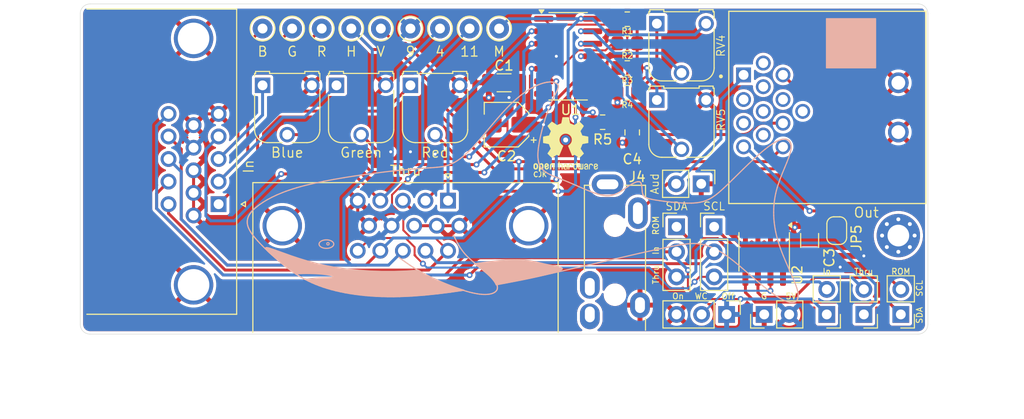
<source format=kicad_pcb>
(kicad_pcb (version 20241229) (generator "pcbnew") (generator_version "9.0")
  (layers (0 "F.Cu" signal) (4 "In1.Cu" signal) (6 "In2.Cu" signal) (2 "B.Cu" signal) (13 "F.Paste" user) (15 "B.Paste" user) (5 "F.SilkS" user "F.Silkscreen") (7 "B.SilkS" user "B.Silkscreen") (1 "F.Mask" user) (3 "B.Mask" user) (25 "Edge.Cuts" user))
  (net 0 "")
  (net 1 "GND")
  (net 2 "SDA1")
  (net 3 "DSUB4")
  (net 4 "Red")
  (net 5 "Blue")
  (net 6 "SCL1")
  (net 7 "DSUB9")
  (net 8 "Vsync")
  (net 9 "DSUB11")
  (net 10 "Hsync")
  (net 11 "Green")
  (net 12 "SDA2")
  (net 13 "Red_adj")
  (net 14 "Blue_adj")
  (net 15 "Green_adj")
  (net 16 "SCL2")
  (net 17 "Aud")
  (net 18 "Net-(JP1-C)")
  (net 19 "SDA")
  (net 20 "SCL")
  (net 21 "Net-(JP5-B)")
  (net 22 "Net-(R1-Pad2)")
  (net 23 "Net-(R4-Pad1)")
  (net 24 "Net-(U1A-+)")
  (net 25 "Net-(U1B-+)")
  (net 26 "Net-(U1C-+)")
  (net 27 "Net-(U1D--)")
  (net 28 "Net-(U1D-+)")
  (net 29 "Gray")
  (net 37 "Net-(C4-Pad1)")
  (footprint "Potentiometer_THT:Potentiometer_Runtron_RM-065_Vertical" (layer "F.Cu") (at 95 53.76)
    (property "Reference" "RV1" (hide yes))
    (property "Value" "100R")
  )
  (footprint "Connector_PinHeader_2.54mm:PinHeader_1x02_P2.54mm_Vertical" (layer "F.Cu") (at 141 77 180)
    (property "Reference" "J11" (hide yes))
    (property "Value" "Conn_01x02")
  )
  (footprint "Package_SO:SOIC-8_3.9x4.9mm_P1.27mm" (layer "F.Cu") (at 130.89 70.65 -90)
    (property "Reference" "U2")
    (property "Value" "M24C02-FMN")
  )
  (footprint "Connector_Pin:Pin_D1.0mm_L10.0mm" (layer "F.Cu") (at 95 48)
    (property "Reference" "TP6" (hide yes))
    (property "Value" "TestPoint")
  )
  (footprint "Resistor_SMD:R_0805_2012Metric_Pad1.20x1.40mm_HandSolder" (layer "F.Cu") (at 114.5 57.5)
    (property "Reference" "R5")
    (property "Value" "R")
  )
  (footprint "Resistor_SMD:R_0805_2012Metric_Pad1.20x1.40mm_HandSolder" (layer "F.Cu") (at 117 49.5)
    (property "Reference" "R2")
    (property "Value" "2.2k")
  )
  (footprint "Connector_PinHeader_2.54mm:PinHeader_1x03_P2.54mm_Vertical" (layer "F.Cu") (at 127.08 77 -90)
    (property "Reference" "JP1" (hide yes))
    (property "Value" "Jumper_3_Bridged12")
  )
  (footprint "Connector_PinHeader_2.54mm:PinHeader_1x02_P2.54mm_Vertical" (layer "F.Cu") (at 124.5 63.75 -90)
    (property "Reference" "J5" (hide yes))
    (property "Value" "Conn_01x02")
  )
  (footprint "Connector_PinHeader_2.54mm:PinHeader_1x02_P2.54mm_Vertical" (layer "F.Cu") (at 130.89 77 90)
    (property "Reference" "J8" (hide yes))
    (property "Value" "Conn_01x02")
  )
  (footprint "Connector_Pin:Pin_D1.0mm_L10.0mm" (layer "F.Cu") (at 104 48)
    (property "Reference" "TP9" (hide yes))
    (property "Value" "TestPoint")
  )
  (footprint "Potentiometer_THT:Potentiometer_Runtron_RM-065_Vertical" (layer "F.Cu") (at 120 47.5)
    (property "Reference" "RV4")
    (property "Value" "10k")
  )
  (footprint "Resistor_SMD:R_0805_2012Metric_Pad1.20x1.40mm_HandSolder" (layer "F.Cu") (at 117 52)
    (property "Reference" "R3")
    (property "Value" "2.2k")
  )
  (footprint "Capacitor_SMD:CP_Elec_4x5.4" (layer "F.Cu") (at 104.75 57.75 180)
    (property "Reference" "C2")
    (property "Value" "10u")
  )
  (footprint "Connector_Pin:Pin_D1.0mm_L10.0mm" (layer "F.Cu") (at 101 48)
    (property "Reference" "TP8" (hide yes))
    (property "Value" "TestPoint")
  )
  (footprint "Potentiometer_THT:Potentiometer_Runtron_RM-065_Vertical" (layer "F.Cu") (at 80 53.76)
    (property "Reference" "RV3" (hide yes))
    (property "Value" "100R")
  )
  (footprint "NyaLib:CUI_SDF-130J" (layer "F.Cu") (at 144.5 56 90)
    (property "Reference" "J3" (hide yes))
    (property "Value" "SDF-130J")
  )
  (footprint "NyaLib:Jack_3.5mm_CUI_SJ-3524-THT_Horizontal" (layer "F.Cu") (at 115.75 72.5 180)
    (property "Reference" "J4")
    (property "Value" "AudioJack2" (hide yes))
  )
  (footprint "Connector_Pin:Pin_D1.0mm_L10.0mm" (layer "F.Cu") (at 83 48)
    (property "Reference" "TP2" (hide yes))
    (property "Value" "TestPoint")
  )
  (footprint "Capacitor_SMD:C_1206_3216Metric_Pad1.33x1.80mm_HandSolder" (layer "F.Cu") (at 104.5 53.5 180)
    (property "Reference" "C1")
    (property "Value" "100n")
  )
  (footprint "Capacitor_SMD:C_0805_2012Metric_Pad1.18x1.45mm_HandSolder" (layer "F.Cu") (at 117.5 58.5375 -90)
    (property "Reference" "C4")
    (property "Value" "C")
  )
  (footprint "Symbol:OSHW-Logo2_7.3x6mm_SilkScreen" (layer "F.Cu") (at 110.75 59.75)
    (property "Reference" "REF**" (hide yes))
    (property "Value" "OSHW-Logo2_7.3x6mm_SilkScreen" (hide yes))
  )
  (footprint "Connector_Dsub:DSUB-15-HD_Socket_Horizontal_P2.29x2.54mm_EdgePinOffset8.35mm_Housed_MountingHolesOffset10.89mm" (layer "F.Cu") (at 98.815 65.46)
    (property "Reference" "J2" (hide yes))
    (property "Value" "DE15_Socket_HighDensity_MountingHoles")
  )
  (footprint "Connector_Pin:Pin_D1.0mm_L10.0mm" (layer "F.Cu") (at 86 48)
    (property "Reference" "TP1" (hide yes))
    (property "Value" "TestPoint")
  )
  (footprint "MountingHole:MountingHole_2.2mm_M2_Pad_Via" (layer "F.Cu") (at 144.5 69)
    (property "Reference" "REF**" (hide yes))
    (property "Value" "MountingHole_2.2mm_M2_Pad_Via")
  )
  (footprint "Capacitor_SMD:C_1206_3216Metric_Pad1.33x1.80mm_HandSolder" (layer "F.Cu") (at 135.5 69.5 90)
    (property "Reference" "C3")
    (property "Value" "100n")
  )
  (footprint "Package_SO:SOIC-14_3.9x8.7mm_P1.27mm" (layer "F.Cu") (at 111 50.81)
    (property "Reference" "U1")
    (property "Value" "LM324")
  )
  (footprint "Resistor_SMD:R_0805_2012Metric_Pad1.20x1.40mm_HandSolder" (layer "F.Cu") (at 117 47.05)
    (property "Reference" "R1")
    (property "Value" "2.2k")
  )
  (footprint "Connector_Pin:Pin_D1.0mm_L10.0mm" (layer "F.Cu") (at 80 48)
    (property "Reference" "TP3" (hide yes))
    (property "Value" "TestPoint")
  )
  (footprint "Connector_PinHeader_2.54mm:PinHeader_1x03_P2.54mm_Vertical" (layer "F.Cu") (at 122 68.11)
    (property "Reference" "JP3" (hide yes))
    (property "Value" "Jumper_3_Open")
  )
  (footprint "Connector_Pin:Pin_D1.0mm_L10.0mm" (layer "F.Cu") (at 98 48)
    (property "Reference" "TP7" (hide yes))
    (property "Value" "TestPoint")
  )
  (footprint "Connector_Pin:Pin_D1.0mm_L10.0mm" (layer "F.Cu") (at 89 48)
    (property "Reference" "TP4" (hide yes))
    (property "Value" "TestPoint")
  )
  (footprint "Connector_PinHeader_2.54mm:PinHeader_1x02_P2.54mm_Vertical" (layer "F.Cu") (at 137.24 77 180)
    (property "Reference" "J10" (hide yes))
    (property "Value" "Conn_01x02")
  )
  (footprint "Connector_Dsub:DSUB-15-HD_Socket_Horizontal_P2.29x2.54mm_EdgePinOffset8.35mm_Housed_MountingHolesOffset10.89mm" (layer "F.Cu") (at 75.54 65.815 -90)
    (property "Reference" "J1" (hide yes))
    (property "Value" "DE15_Socket_HighDensity_MountingHoles")
  )
  (footprint "Connector_PinHeader_2.54mm:PinHeader_1x02_P2.54mm_Vertical" (layer "F.Cu") (at 144.75 77 180)
    (property "Reference" "J9" (hide yes))
    (property "Value" "Conn_01x02")
  )
  (footprint "Potentiometer_THT:Potentiometer_Runtron_RM-065_Vertical" (layer "F.Cu") (at 120 55.25)
    (property "Reference" "RV5")
    (property "Value" "10k")
  )
  (footprint "Connector_Pin:Pin_D1.0mm_L10.0mm" (layer "F.Cu") (at 92 48)
    (property "Reference" "TP5" (hide yes))
    (property "Value" "TestPoint")
  )
  (footprint "Potentiometer_THT:Potentiometer_Runtron_RM-065_Vertical" (layer "F.Cu") (at 87.5 53.76)
    (property "Reference" "RV2" (hide yes))
    (property "Value" "100R")
  )
  (footprint "Jumper:SolderJumper-2_P1.3mm_Bridged_RoundedPad1.0x1.5mm" (layer "F.Cu") (at 138.25 68.5 90)
    (property "Reference" "JP5")
    (property "Value" "SolderJumper_2_Bridged" (hide yes))
  )
  (footprint "Connector_PinHeader_2.54mm:PinHeader_1x03_P2.54mm_Vertical" (layer "F.Cu") (at 125.81 68.11)
    (property "Reference" "JP4" (hide yes))
    (property "Value" "Jumper_3_Open")
  )
  (footprint "Resistor_SMD:R_0805_2012Metric_Pad1.20x1.40mm_HandSolder" (layer "F.Cu") (at 117 54.5 180)
    (property "Reference" "R4")
    (property "Value" "3.3k")
  )
  (footprint "Symbol:Smolhaj_Scale_0.1" (layer "B.Cu") (at 78.44648 67.679362 180)
    (property "Reference" "REF**" (hide yes))
    (property "Value" "Smolhaj_Scale_0.1")
  )
  (gr_rect (start 137.2 46.99) (end 142.2 51.99) (stroke (width 0.1)) (fill yes) (layer "B.SilkS"))
  (gr_line (start 146.5 79) (end 62.5 79) (stroke (width 0.05)) (layer "Edge.Cuts"))
  (gr_arc (start 61.5 46.5) (mid 61.792893 45.792893) (end 62.5 45.5) (stroke (width 0.05)) (layer "Edge.Cuts"))
  (gr_line (start 61.5 78) (end 61.5 46.5) (stroke (width 0.05)) (layer "Edge.Cuts"))
  (gr_arc (start 147.5 78) (mid 147.207107 78.707107) (end 146.5 79) (stroke (width 0.05)) (layer "Edge.Cuts"))
  (gr_line (start 147.5 46.5) (end 147.5 78) (stroke (width 0.05)) (layer "Edge.Cuts"))
  (gr_arc (start 62.5 79) (mid 61.792893 78.707107) (end 61.5 78) (stroke (width 0.05)) (layer "Edge.Cuts"))
  (gr_line (start 62.5 45.5) (end 146.5 45.5) (stroke (width 0.05)) (layer "Edge.Cuts"))
  (gr_arc (start 146.5 45.5) (mid 147.207107 45.792893) (end 147.5 46.5) (stroke (width 0.05)) (layer "Edge.Cuts"))
  (gr_text "R" (at 86 49.75 0) (layer "F.SilkS") (effects (font (size 1 1) (thickness 0.125)) (justify top)))
  (gr_text "ROM" (at 120.25 69 90) (layer "F.SilkS") (effects (font (size 0.6 0.6) (thickness 0.1) (bold yes)) (justify left bottom)))
  (gr_text "M" (at 104 49.75 0) (layer "F.SilkS") (effects (font (size 1 1) (thickness 0.125)) (justify top)))
  (gr_text "G" (at 130.5 75.5 0) (layer "F.SilkS") (effects (font (size 0.6 0.6) (thickness 0.1) (bold yes)) (justify left bottom)))
  (gr_text "Thru" (at 120.25 74 90) (layer "F.SilkS") (effects (font (size 0.6 0.6) (thickness 0.1) (bold yes)) (justify left bottom)))
  (gr_text "4" (at 98 49.75 0) (layer "F.SilkS") (effects (font (size 1 1) (thickness 0.125)) (justify top)))
  (gr_text "SDA" (at 147 78 90) (layer "F.SilkS") (effects (font (size 0.6 0.6) (thickness 0.1) (bold yes)) (justify left bottom)))
  (gr_text "Off" (at 126.5 75.5 0) (layer "F.SilkS") (effects (font (size 0.6 0.6) (thickness 0.1) (bold yes)) (justify left bottom)))
  (gr_text "11" (at 101 49.75 0) (layer "F.SilkS") (effects (font (size 1 1) (thickness 0.125)) (justify top)))
  (gr_text "SCL" (at 125.81 66.5 0) (layer "F.SilkS") (effects (font (size 0.8 0.8) (thickness 0.1)) (justify bottom)))
  (gr_text "SDA" (at 122 66.5 0) (layer "F.SilkS") (effects (font (size 0.8 0.8) (thickness 0.1)) (justify bottom)))
  (gr_text "In" (at 78 62 90) (layer "F.SilkS") (effects (font (size 1 1) (thickness 0.125)) (justify top)))
  (gr_text "SCL" (at 147 75.25 90) (layer "F.SilkS") (effects (font (size 0.6 0.6) (thickness 0.1) (bold yes)) (justify left bottom)))
  (gr_text "WC" (at 124.5 75.5 0) (layer "F.SilkS") (effects (font (size 0.6 0.6) (thickness 0.1) (bold yes)) (justify bottom)))
  (gr_text "In" (at 120.25 71 90) (layer "F.SilkS") (effects (font (size 0.6 0.6) (thickness 0.1) (bold yes)) (justify left bottom)))
  (gr_text "In" (at 137.24 73 0) (layer "F.SilkS") (effects (font (size 0.6 0.6) (thickness 0.1) (bold yes)) (justify bottom)))
  (gr_text "Out" (at 141.25 67.25 0) (layer "F.SilkS") (effects (font (size 1 1) (thickness 0.125)) (justify bottom)))
  (gr_text "V" (at 92 49.75 0) (layer "F.SilkS") (effects (font (size 1 1) (thickness 0.125)) (justify top)))
  (gr_text "5V" (at 133 75.5 0) (layer "F.SilkS") (effects (font (size 0.6 0.6) (thickness 0.1) (bold yes)) (justify left bottom)))
  (gr_text "Thru" (at 94.5 63 0) (layer "F.SilkS") (effects (font (size 1 1) (thickness 0.125)) (justify bottom)))
  (gr_text "Red" (at 97.5 60 0) (layer "F.SilkS") (effects (font (size 1 1) (thickness 0.125)) (justify top)))
  (gr_text "9" (at 95 49.75 0) (layer "F.SilkS") (effects (font (size 1 1) (thickness 0.125)) (justify top)))
  (gr_text "H" (at 89 49.75 0) (layer "F.SilkS") (effects (font (size 1 1) (thickness 0.125)) (justify top)))
  (gr_text "On" (at 121.5 75.5 0) (layer "F.SilkS") (effects (font (size 0.6 0.6) (thickness 0.1) (bold yes)) (justify left bottom)))
  (gr_text "Thru" (at 142 73 0) (layer "F.SilkS") (effects (font (size 0.6 0.6) (thickness 0.1) (bold yes)) (justify right bottom)))
  (gr_text "Blue" (at 82.5 60 0) (layer "F.SilkS") (effects (font (size 1 1) (thickness 0.125)) (justify top)))
  (gr_text "Green" (at 90 60 0) (layer "F.SilkS") (effects (font (size 1 1) (thickness 0.125)) (justify top)))
  (gr_text "B" (at 80 49.75 0) (layer "F.SilkS") (effects (font (size 1 1) (thickness 0.125)) (justify top)))
  (gr_text "G" (at 83 49.75 0) (layer "F.SilkS") (effects (font (size 1 1) (thickness 0.125)) (justify top)))
  (gr_text "Aud" (at 120.25 63.75 90) (layer "F.SilkS") (effects (font (size 0.8 0.8) (thickness 0.1)) (justify bottom)))
  (gr_text "CJK" (at 107.4 63.1 0) (layer "F.SilkS") (effects (font (size 0.5 0.5) (thickness 0.1) (bold yes)) (justify left bottom)))
  (gr_text "ROM" (at 144.75 73 0) (layer "F.SilkS") (effects (font (size 0.6 0.6) (thickness 0.1) (bold yes)) (justify bottom)))
  (segment (start 136.7125 69.15) (end 138.25 69.15) (width 0.3) (layer "F.Cu") (net 1))
  (segment (start 102.95 55) (end 102.95 57.75) (width 0.6) (layer "F.Cu") (net 1))
  (segment (start 90.8 68) (end 89.655 66.855) (width 0.3) (layer "F.Cu") (net 1))
  (segment (start 132.795 68.175) (end 135.2625 68.175) (width 0.3) (layer "F.Cu") (net 1))
  (segment (start 135.7375 68.175) (end 136.7125 69.15) (width 0.3) (layer "F.Cu") (net 1))
  (segment (start 116 55.5) (end 116 54.5) (width 0.6) (layer "F.Cu") (net 1))
  (segment (start 95.38 68) (end 99.96 68) (width 0.3) (layer "F.Cu") (net 1))
  (segment (start 73 66.96) (end 73 62.38) (width 0.3) (layer "F.Cu") (net 1))
  (segment (start 128.985 68.175) (end 132.795 68.175) (width 0.3) (layer "F.Cu") (net 1))
  (segment (start 112.3 50.81) (end 113.475 50.81) (width 0.3) (layer "F.Cu") (net 1))
  (segment (start 116.5 59.575) (end 117.5 59.575) (width 0.6) (layer "F.Cu") (net 1))
  (segment (start 73 57.8) (end 74.145 56.655) (width 0.3) (layer "F.Cu") (net 1))
  (segment (start 74.145 56.655) (end 75.54 56.655) (width 0.3) (layer "F.Cu") (net 1))
  (segment (start 89.655 66.855) (end 89.655 65.46) (width 0.3) (layer "F.Cu") (net 1))
  (segment (start 134 68.175) (end 135.7375 68.175) (width 0.3) (layer "F.Cu") (net 1))
  (segment (start 102.95 55) (end 102.95 54.0125) (width 0.6) (layer "F.Cu") (net 1))
  (via (at 112.3 50.81) (size 0.6) (drill 0.3) (layers "F.Cu" "B.Cu") (net 1))
  (via (at 110.75 59.3) (size 1) (drill 0.5) (layers "F.Cu" "B.Cu") (net 1))
  (via (at 116 55.5) (size 0.6) (drill 0.3) (layers "F.Cu" "B.Cu") (net 1))
  (via (at 102.95 55) (size 0.6) (drill 0.3) (layers "F.Cu" "B.Cu") (net 1))
  (via (at 116.5 59.575) (size 0.6) (drill 0.3) (layers "F.Cu" "B.Cu") (net 1))
  (via (at 134 68.175) (size 0.6) (drill 0.3) (layers "F.Cu" "B.Cu") (net 1))
  (segment (start 123.151 74.383) (end 123.151 72.517) (width 0.2) (layer "F.Cu") (net 2))
  (segment (start 100.875 70.65) (end 98.523 73.002) (width 0.3) (layer "F.Cu") (net 2))
  (segment (start 128.5 75.438) (end 124.206 75.438) (width 0.2) (layer "F.Cu") (net 2))
  (segment (start 69.25 66.2548) (end 69.25 64.735) (width 0.3) (layer "F.Cu") (net 2))
  (segment (start 124.206 75.438) (end 123.151 74.383) (width 0.2) (layer "F.Cu") (net 2))
  (segment (start 122 70.65) (end 100.875 70.65) (width 0.3) (layer "F.Cu") (net 2))
  (segment (start 75.9972 73.002) (end 69.25 66.2548) (width 0.3) (layer "F.Cu") (net 2))
  (segment (start 69.25 64.735) (end 70.46 63.525) (width 0.3) (layer "F.Cu") (net 2))
  (segment (start 98.523 73.002) (end 75.9972 73.002) (width 0.3) (layer "F.Cu") (net 2))
  (via (at 123.165405 72.508577) (size 0.6) (drill 0.3) (layers "F.Cu" "B.Cu") (net 2))
  (via (at 128.5 75.438) (size 0.6) (drill 0.3) (layers "F.Cu" "B.Cu") (net 2))
  (segment (start 135.678 75.438) (end 137.24 77) (width 0.3) (layer "B.Cu") (net 2))
  (segment (start 128.5 75.438) (end 135.678 75.438) (width 0.3) (layer "B.Cu") (net 2))
  (segment (start 122 71.343172) (end 123.165405 72.508577) (width 0.3) (layer "B.Cu") (net 2))
  (segment (start 89.235 62.75) (end 91.945 65.46) (width 0.3) (layer "F.Cu") (net 3))
  (segment (start 81.895 62.75) (end 89.235 62.75) (width 0.3) (layer "F.Cu") (net 3))
  (via (at 81.895 62.75) (size 0.6) (drill 0.3) (layers "F.Cu" "B.Cu") (net 3))
  (segment (start 98 48) (end 93.75 52.25) (width 0.3) (layer "B.Cu") (net 3))
  (segment (start 93.75 63.655) (end 91.945 65.46) (width 0.3) (layer "B.Cu") (net 3))
  (segment (start 77.145 67.5) (end 74.75 67.5) (width 0.3) (layer "B.Cu") (net 3))
  (segment (start 74.25 67) (end 74.25 60.235) (width 0.3) (layer "B.Cu") (net 3))
  (segment (start 81.895 62.75) (end 77.145 67.5) (width 0.3) (layer "B.Cu") (net 3))
  (segment (start 74.75 67.5) (end 74.25 67) (width 0.3) (layer "B.Cu") (net 3))
  (segment (start 93.75 52.25) (end 93.75 63.655) (width 0.3) (layer "B.Cu") (net 3))
  (segment (start 74.25 60.235) (end 75.54 58.945) (width 0.3) (layer "B.Cu") (net 3))
  (segment (start 95 53.76) (end 92.385 56.375) (width 0.3) (layer "F.Cu") (net 4))
  (segment (start 92.385 56.375) (end 81.5 56.375) (width 0.3) (layer "F.Cu") (net 4))
  (segment (start 79.5 61.855) (end 75.54 65.815) (width 0.3) (layer "F.Cu") (net 4))
  (segment (start 79.5 58.375) (end 79.5 61.855) (width 0.3) (layer "F.Cu") (net 4))
  (segment (start 81.5 52.5) (end 81.5 56.375) (width 0.3) (layer "F.Cu") (net 4))
  (segment (start 86 48) (end 81.5 52.5) (width 0.3) (layer "F.Cu") (net 4))
  (segment (start 81.5 56.375) (end 79.5 58.375) (width 0.3) (layer "F.Cu") (net 4))
  (segment (start 77.499 59.276) (end 75.54 61.235) (width 0.3) (layer "F.Cu") (net 5))
  (segment (start 77.499 50.501) (end 77.499 59.276) (width 0.3) (layer "F.Cu") (net 5))
  (segment (start 80 48) (end 77.499 50.501) (width 0.3) (layer "F.Cu") (net 5))
  (segment (start 80 56.775) (end 80 53.76) (width 0.3) (layer "B.Cu") (net 5))
  (segment (start 75.54 61.235) (end 80 56.775) (width 0.3) (layer "B.Cu") (net 5))
  (segment (start 101 73.0125) (end 102.1615 71.851) (width 0.3) (layer "F.Cu") (net 6))
  (segment (start 102.1615 71.851) (end 124.609 71.851) (width 0.3) (layer "F.Cu") (net 6))
  (segment (start 124.609 71.851) (end 125.81 70.65) (width 0.3) (layer "F.Cu") (net 6))
  (via (at 101 73.0125) (size 0.6) (drill 0.3) (layers "F.Cu" "B.Cu") (net 6))
  (segment (start 136.48 73.7) (end 126.998471 73.7) (width 0.3) (layer "B.Cu") (net 6))
  (segment (start 124.46 73.538471) (end 124.46 72) (width 0.3) (layer "B.Cu") (net 6))
  (segment (start 69.25 57.865) (end 70.46 56.655) (width 0.3) (layer "B.Cu") (net 6))
  (segment (start 125.312529 74.391) (end 124.46 73.538471) (width 0.3) (layer "B.Cu") (net 6))
  (segment (start 76.00862 73) (end 69.25 66.24138) (width 0.3) (layer "B.Cu") (net 6))
  (segment (start 126.998471 73.7) (end 126.307471 74.391) (width 0.3) (layer "B.Cu") (net 6))
  (segment (start 124.46 72) (end 125.81 70.65) (width 0.3) (layer "B.Cu") (net 6))
  (segment (start 126.307471 74.391) (end 125.312529 74.391) (width 0.3) (layer "B.Cu") (net 6))
  (segment (start 99.695 73) (end 76.00862 73) (width 0.3) (layer "B.Cu") (net 6))
  (segment (start 137.24 74.46) (end 136.48 73.7) (width 0.3) (layer "B.Cu") (net 6))
  (segment (start 101 73.0125) (end 99.7075 73.0125) (width 0.3) (layer "B.Cu") (net 6))
  (segment (start 69.25 66.24138) (end 69.25 57.865) (width 0.3) (layer "B.Cu") (net 6))
  (segment (start 99.7075 73.0125) (end 99.695 73) (width 0.3) (layer "B.Cu") (net 6))
  (segment (start 108.5 57.75) (end 106.55 57.75) (width 0.6) (layer "F.Cu") (net 7))
  (segment (start 106.0625 54) (end 106.0625 55) (width 0.6) (layer "F.Cu") (net 7))
  (segment (start 105 55) (end 106.0625 55) (width 0.3) (layer "F.Cu") (net 7))
  (segment (start 141 71.0625) (end 133.4075 71.0625) (width 0.6) (layer "F.Cu") (net 7))
  (segment (start 132.795 71.675) (end 132.795 73.125) (width 0.6) (layer "F.Cu") (net 7))
  (segment (start 133.4075 71.0625) (end 132.795 71.675) (width 0.6) (layer "F.Cu") (net 7))
  (segment (start 109.7 50.81) (end 108.525 50.81) (width 0.3) (layer "F.Cu") (net 7))
  (segment (start 106.0625 55) (end 106.0625 57.2625) (width 0.6) (layer "F.Cu") (net 7))
  (via (at 109.8 50.81) (size 0.6) (drill 0.3) (layers "F.Cu" "B.Cu") (net 7))
  (via (at 105 55) (size 0.6) (drill 0.3) (layers "F.Cu" "B.Cu") (net 7))
  (via (at 141 71.0625) (size 0.6) (drill 0.3) (layers "F.Cu" "B.Cu") (net 7))
  (via (at 138.6 72.2) (size 0.6) (drill 0.3) (layers "F.Cu" "B.Cu") (net 7))
  (via (at 97.5 60.75) (size 0.6) (drill 0.3) (layers "F.Cu" "B.Cu") (net 7))
  (via (at 108.5 57.75) (size 0.6) (drill 0.3) (layers "F.Cu" "B.Cu") (net 7))
  (via (at 93 60.5) (size 0.6) (drill 0.3) (layers "F.Cu" "B.Cu") (net 7))
  (via (at 95 60.5) (size 0.6) (drill 0.3) (layers "F.Cu" "B.Cu") (net 7))
  (segment (start 94.5 49.5) (end 93.5 49.5) (width 0.3) (layer "F.Cu") (net 8))
  (segment (start 76.41224 72) (end 71.75 67.33776) (width 0.3) (layer "F.Cu") (net 8))
  (segment (start 91.945 70.54) (end 90.485 72) (width 0.3) (layer "F.Cu") (net 8))
  (segment (start 71.75 67.33776) (end 71.75 60.235) (width 0.3) (layer "F.Cu") (net 8))
  (segment (start 106 61.5) (end 131.3 61.5) (width 0.3) (layer "F.Cu") (net 8))
  (segment (start 98.5 53.5) (end 94.5 49.5) (width 0.3) (layer "F.Cu") (net 8))
  (segment (start 93.5 49.5) (end 92 48) (width 0.3) (layer "F.Cu") (net 8))
  (segment (start 71.75 60.235) (end 70.46 58.945) (width 0.3) (layer "F.Cu") (net 8))
  (segment (start 104 61.5) (end 98.5 56) (width 0.3) (layer "F.Cu") (net 8))
  (segment (start 98.5 56) (end 98.5 53.5) (width 0.3) (layer "F.Cu") (net 8))
  (segment (start 131.3 61.5) (end 132.8 60) (width 0.3) (layer "F.Cu") (net 8))
  (segment (start 90.485 72) (end 76.41224 72) (width 0.3) (layer "F.Cu") (net 8))
  (segment (start 106 61.5) (end 104 61.5) (width 0.3) (layer "F.Cu") (net 8))
  (via (at 106 61.5) (size 0.6) (drill 0.3) (layers "F.Cu" "B.Cu") (net 8))
  (segment (start 106 63.58776) (end 100.33776 69.25) (width 0.3) (layer "B.Cu") (net 8))
  (segment (start 93.235 69.25) (end 91.945 70.54) (width 0.3) (layer "B.Cu") (net 8))
  (segment (start 106 61.5) (end 106 63.58776) (width 0.3) (layer "B.Cu") (net 8))
  (segment (start 100.33776 69.25) (end 93.235 69.25) (width 0.3) (layer "B.Cu") (net 8))
  (segment (start 95.07295 69.25) (end 97.525 69.25) (width 0.2) (layer "F.Cu") (net 9))
  (segment (start 93.134 64.866) (end 93.134 65.91605) (width 0.2) (layer "F.Cu") (net 9))
  (segment (start 96.854 72.501) (end 98.815 70.54) (width 0.3) (layer "F.Cu") (net 9))
  (segment (start 96.854 72.501) (end 76.20472 72.501) (width 0.3) (layer "F.Cu") (net 9))
  (segment (start 93.134 65.91605) (end 94.279 67.06105) (width 0.2) (layer "F.Cu") (net 9))
  (segment (start 97.525 69.25) (end 98.815 70.54) (width 0.2) (layer "F.Cu") (net 9))
  (segment (start 94.279 67.06105) (end 94.279 68.45605) (width 0.2) (layer "F.Cu") (net 9))
  (segment (start 94.279 68.45605) (end 95.07295 69.25) (width 0.2) (layer "F.Cu") (net 9))
  (segment (start 70.46 66.75628) (end 70.46 65.815) (width 0.3) (layer "F.Cu") (net 9))
  (segment (start 76.20472 72.501) (end 70.46 66.75628) (width 0.3) (layer "F.Cu") (net 9))
  (segment (start 94.75 63.25) (end 93.134 64.866) (width 0.2) (layer "F.Cu") (net 9))
  (via (at 94.75 63.25) (size 0.6) (drill 0.3) (layers "F.Cu" "B.Cu") (net 9))
  (segment (start 96.25 52.75) (end 101 48) (width 0.3) (layer "B.Cu") (net 9))
  (segment (start 96.25 61.75) (end 96.25 52.75) (width 0.3) (layer "B.Cu") (net 9))
  (segment (start 94.75 63.25) (end 96.25 61.75) (width 0.3) (layer "B.Cu") (net 9))
  (segment (start 132.8 52.7) (end 136 55.9) (width 0.3) (layer "F.Cu") (net 10))
  (segment (start 97.5 56.25) (end 97.5 53.998) (width 0.3) (layer "F.Cu") (net 10))
  (segment (start 136 58.562706) (end 132.332706 62.23) (width 0.3) (layer "F.Cu") (net 10))
  (segment (start 97.5 53.998) (end 93.627 50.125) (width 0.3) (layer "F.Cu") (net 10))
  (segment (start 103.48 62.23) (end 97.5 56.25) (width 0.3) (layer "F.Cu") (net 10))
  (segment (start 93.627 50.125) (end 91.125 50.125) (width 0.3) (layer "F.Cu") (net 10))
  (segment (start 136 55.9) (end 136 58.562706) (width 0.3) (layer "F.Cu") (net 10))
  (segment (start 91.125 50.125) (end 89 48) (width 0.3) (layer "F.Cu") (net 10))
  (segment (start 132.332706 62.23) (end 103.48 62.23) (width 0.3) (layer "F.Cu") (net 10))
  (segment (start 88.25 65.23724) (end 88.25 71.25) (width 0.3) (layer "B.Cu") (net 10))
  (segment (start 71.75 67.33776) (end 71.75 62.525) (width 0.3) (layer "B.Cu") (net 10))
  (segment (start 89 48) (end 91.131 50.131) (width 0.3) (layer "B.Cu") (net 10))
  (segment (start 89.48724 72) (end 76.41224 72) (width 0.3) (layer "B.Cu") (net 10))
  (segment (start 89.48724 72) (end 92.775 72) (width 0.3) (layer "B.Cu") (net 10))
  (segment (start 76.41224 72) (end 71.75 67.33776) (width 0.3) (layer "B.Cu") (net 10))
  (segment (start 71.75 62.525) (end 70.46 61.235) (width 0.3) (layer "B.Cu") (net 10))
  (segment (start 88.25 71.25) (end 89 72) (width 0.3) (layer "B.Cu") (net 10))
  (segment (start 89 72) (end 89.48724 72) (width 0.3) (layer "B.Cu") (net 10))
  (segment (start 92.775 72) (end 94.235 70.54) (width 0.3) (layer "B.Cu") (net 10))
  (segment (start 91.131 50.131) (end 91.131 62.35624) (width 0.3) (layer "B.Cu") (net 10))
  (segment (start 91.131 62.35624) (end 88.25 65.23724) (width 0.3) (layer "B.Cu") (net 10))
  (segment (start 78.5 60.565) (end 78.5 52.5) (width 0.3) (layer "F.Cu") (net 11))
  (segment (start 78.5 52.5) (end 83 48) (width 0.3) (layer "F.Cu") (net 11))
  (segment (start 75.54 63.525) (end 78.5 60.565) (width 0.3) (layer "F.Cu") (net 11))
  (segment (start 87.5 53.76) (end 84.26 57) (width 0.3) (layer "B.Cu") (net 11))
  (segment (start 84.26 57) (end 82.065 57) (width 0.3) (layer "B.Cu") (net 11))
  (segment (start 82.065 57) (end 75.54 63.525) (width 0.3) (layer "B.Cu") (net 11))
  (segment (start 142.201 73.962529) (end 137.988471 69.75) (width 0.3) (layer "B.Cu") (net 12))
  (segment (start 141 77) (end 142.201 75.799) (width 0.3) (layer "B.Cu") (net 12))
  (segment (start 128.35 69.75) (end 128 69.4) (width 0.3) (layer "B.Cu") (net 12))
  (segment (start 123.406 73.19) (end 122 73.19) (width 0.3) (layer "B.Cu") (net 12))
  (segment (start 137.988471 69.75) (end 128.35 69.75) (width 0.3) (layer "B.Cu") (net 12))
  (segment (start 123.959 70.541) (end 123.959 72.637) (width 0.3) (layer "B.Cu") (net 12))
  (segment (start 123.959 72.637) (end 123.406 73.19) (width 0.3) (layer "B.Cu") (net 12))
  (segment (start 142.201 75.799) (end 142.201 73.962529) (width 0.3) (layer "B.Cu") (net 12))
  (segment (start 125.1 69.4) (end 123.959 70.541) (width 0.3) (layer "B.Cu") (net 12))
  (segment (start 128 69.4) (end 125.1 69.4) (width 0.3) (layer "B.Cu") (net 12))
  (segment (start 97.735 71.75) (end 120.56 71.75) (width 0.3) (layer "B.Cu") (net 12))
  (segment (start 120.56 71.75) (end 122 73.19) (width 0.3) (layer "B.Cu") (net 12))
  (segment (start 96.525 70.54) (end 97.735 71.75) (width 0.3) (layer "B.Cu") (net 12))
  (segment (start 109.126 47.669) (end 109.126 47.601) (width 0.2) (layer "F.Cu") (net 13))
  (segment (start 108.525 48.27) (end 109.126 47.669) (width 0.2) (layer "F.Cu") (net 13))
  (segment (start 108.525 47) (end 109.126 47.601) (width 0.2) (layer "F.Cu") (net 13))
  (segment (start 115.449 47.601) (end 116 47.05) (width 0.2) (layer "F.Cu") (net 13))
  (segment (start 107.3 48.27) (end 108.525 48.27) (width 0.2) (layer "F.Cu") (net 13))
  (segment (start 109.126 47.601) (end 115.449 47.601) (width 0.2) (layer "F.Cu") (net 13))
  (via (at 107.3 48.27) (size 0.6) (drill 0.3) (layers "F.Cu" "B.Cu") (net 13))
  (segment (start 107.23 48.27) (end 98.815 56.685) (width 0.3) (layer "B.Cu") (net 13))
  (segment (start 107.3 48.27) (end 107.23 48.27) (width 0.3) (layer "B.Cu") (net 13))
  (segment (start 98.815 56.685) (end 98.815 65.46) (width 0.3) (layer "B.Cu") (net 13))
  (segment (start 102 64.5) (end 99.75 66.75) (width 0.3) (layer "F.Cu") (net 14))
  (segment (start 114.65 53.35) (end 113.475 53.35) (width 0.3) (layer "F.Cu") (net 14))
  (segment (start 113.475 53.35) (end 113.475 54.62) (width 0.3) (layer "F.Cu") (net 14))
  (segment (start 116 52) (end 114.65 53.35) (width 0.3) (layer "F.Cu") (net 14))
  (segment (start 110 64.5) (end 102 64.5) (width 0.3) (layer "F.Cu") (net 14))
  (segment (start 111.75 55.00869) (end 112.13869 54.62) (width 0.3) (layer "F.Cu") (net 14))
  (segment (start 99.75 66.75) (end 95.525 66.75) (width 0.3) (layer "F.Cu") (net 14))
  (segment (start 95.525 66.75) (end 94.235 65.46) (width 0.3) (layer "F.Cu") (net 14))
  (segment (start 112.13869 54.62) (end 113.475 54.62) (width 0.3) (layer "F.Cu") (net 14))
  (segment (start 111.75 57.00869) (end 111.75 55.00869) (width 0.3) (layer "F.Cu") (net 14))
  (via (at 111.75 57.00869) (size 0.6) (drill 0.3) (layers "F.Cu" "B.Cu") (net 14))
  (via (at 110 64.5) (size 0.6) (drill 0.3) (layers "F.Cu" "B.Cu") (net 14))
  (segment (start 111.75 63.75) (end 111 64.5) (width 0.3) (layer "B.Cu") (net 14))
  (segment (start 111 64.5) (end 110 64.5) (width 0.3) (layer "B.Cu") (net 14))
  (segment (start 111.75 57.00869) (end 111.75 63.75) (width 0.3) (layer "B.Cu") (net 14))
  (segment (start 116 49.5) (end 115.5 49.5) (width 0.2) (layer "F.Cu") (net 15))
  (segment (start 108.525 53.35) (end 108.525 54.62) (width 0.3) (layer "F.Cu") (net 15))
  (segment (start 98.485 63.5) (end 96.525 65.46) (width 0.3) (layer "F.Cu") (net 15))
  (segment (start 109.8 63.3) (end 109.6 63.5) (width 0.3) (layer "F.Cu") (net 15))
  (segment (start 109.8 53.35) (end 108.525 53.35) (width 0.3) (layer "F.Cu") (net 15))
  (segment (start 115.5 49.5) (end 114.791 50.209) (width 0.2) (layer "F.Cu") (net 15))
  (segment (start 109.6 63.5) (end 98.485 63.5) (width 0.3) (layer "F.Cu") (net 15))
  (segment (start 114.791 50.209) (end 112.012968 50.209) (width 0.2) (layer "F.Cu") (net 15))
  (segment (start 108.525 54.62) (end 108.53 54.62) (width 0.3) (layer "F.Cu") (net 15))
  (segment (start 112.012968 50.209) (end 108.871968 53.35) (width 0.2) (layer "F.Cu") (net 15))
  (via (at 109.8 63.3) (size 0.6) (drill 0.3) (layers "F.Cu" "B.Cu") (net 15))
  (via (at 109.8 53.35) (size 0.6) (drill 0.3) (layers "F.Cu" "B.Cu") (net 15))
  (segment (start 109.8 63.3) (end 109.8 53.35) (width 0.3) (layer "B.Cu") (net 15))
  (segment (start 96.266 71.851) (end 95.5 71.085) (width 0.2) (layer "F.Cu") (net 16))
  (segment (start 123.827837 73.689704) (end 124.327541 73.19) (width 0.2) (layer "F.Cu") (net 16))
  (segment (start 95.424 70.99605) (end 95.424 70.17195) (width 0.2) (layer "F.Cu") (net 16))
  (segment (start 94.50205 69.25) (end 90.945 69.25) (width 0.2) (layer "F.Cu") (net 16))
  (segment (start 95.5 71) (end 95.42795 71) (width 0.2) (layer "F.Cu") (net 16))
  (segment (start 95.424 70.17195) (end 94.50205 69.25) (width 0.2) (layer "F.Cu") (net 16))
  (segment (start 124.327541 73.19) (end 125.81 73.19) (width 0.2) (layer "F.Cu") (net 16))
  (segment (start 95.42795 71) (end 95.424 70.99605) (width 0.2) (layer "F.Cu") (net 16))
  (segment (start 90.945 69.25) (end 89.655 70.54) (width 0.2) (layer "F.Cu") (net 16))
  (via (at 96.266 71.851) (size 0.6) (drill 0.3) (layers "F.Cu" "B.Cu") (net 16))
  (via (at 123.827837 73.689704) (size 0.6) (drill 0.3) (layers "F.Cu" "B.Cu") (net 16))
  (segment (start 96.665 72.25) (end 96.266 71.851) (width 0.2) (layer "B.Cu") (net 16))
  (segment (start 121.341 74.341) (end 119.25 72.25) (width 0.2) (layer "B.Cu") (net 16))
  (segment (start 123.176541 74.341) (end 121.341 74.341) (width 0.2) (layer "B.Cu") (net 16))
  (segment (start 141 74.46) (end 139.73 73.19) (width 0.3) (layer "B.Cu") (net 16))
  (segment (start 123.827837 73.689704) (end 123.176541 74.341) (width 0.2) (layer "B.Cu") (net 16))
  (segment (start 139.73 73.19) (end 125.81 73.19) (width 0.3) (layer "B.Cu") (net 16))
  (segment (start 119.25 72.25) (end 96.665 72.25) (width 0.2) (layer "B.Cu") (net 16))
  (segment (start 121.96 63.75) (end 121.05 63.75) (width 0.3) (layer "F.Cu") (net 17))
  (segment (start 121.05 63.75) (end 118.075 66.725) (width 0.3) (layer "F.Cu") (net 17))
  (segment (start 126.5 55.2) (end 126.5 59.21) (width 0.3) (layer "B.Cu") (net 17))
  (segment (start 129 52.7) (end 126.5 55.2) (width 0.3) (layer "B.Cu") (net 17))
  (segment (start 126.5 59.21) (end 121.96 63.75) (width 0.3) (layer "B.Cu") (net 17))
  (segment (start 131.525 73.125) (end 131.525 74.6) (width 0.2) (layer "F.Cu") (net 18))
  (via (at 131.525 74.6) (size 0.6) (drill 0.3) (layers "F.Cu" "B.Cu") (net 18))
  (segment (start 124.54 77) (end 126.94 74.6) (width 0.2) (layer "B.Cu") (net 18))
  (segment (start 126.94 74.6) (end 131.525 74.6) (width 0.2) (layer "B.Cu") (net 18))
  (segment (start 129.971161 75.75) (end 128.985 74.763839) (width 0.3) (layer "F.Cu") (net 19))
  (segment (start 144.75 77) (end 143.5 75.75) (width 0.3) (layer "F.Cu") (net 19))
  (segment (start 128.985 72.126529) (end 126.169471 69.311) (width 0.3) (layer "F.Cu") (net 19))
  (segment (start 123.201 69.311) (end 122 68.11) (width 0.3) (layer "F.Cu") (net 19))
  (segment (start 128.985 74.763839) (end 128.985 73.125) (width 0.3) (layer "F.Cu") (net 19))
  (segment (start 143.5 75.75) (end 129.971161 75.75) (width 0.3) (layer "F.Cu") (net 19))
  (segment (start 126.169471 69.311) (end 123.201 69.311) (width 0.3) (layer "F.Cu") (net 19))
  (segment (start 128.985 73.125) (end 128.985 72.126529) (width 0.3) (layer "F.Cu") (net 19))
  (segment (start 134 75.25) (end 130.723925 75.25) (width 0.3) (layer "F.Cu") (net 20))
  (segment (start 130.255 72.555) (end 125.81 68.11) (width 0.3) (layer "F.Cu") (net 20))
  (segment (start 130.255 74.781075) (end 130.255 73.125) (width 0.3) (layer "F.Cu") (net 20))
  (segment (start 143.549 73.259) (end 135.991 73.259) (width 0.3) (layer "F.Cu") (net 20))
  (segment (start 144.75 74.46) (end 143.549 73.259) (width 0.3) (layer "F.Cu") (net 20))
  (segment (start 135.991 73.259) (end 134 75.25) (width 0.3) (layer "F.Cu") (net 20))
  (segment (start 130.723925 75.25) (end 130.255 74.781075) (width 0.3) (layer "F.Cu") (net 20))
  (segment (start 138.25 67.85) (end 136.9 66.5) (width 0.3) (layer "F.Cu") (net 21))
  (segment (start 136.9 66.5) (end 135.5 66.5) (width 0.3) (layer "F.Cu") (net 21))
  (via (at 135.5 66.5) (size 0.6) (drill 0.3) (layers "F.Cu" "B.Cu") (net 21))
  (segment (start 135.5 66.5) (end 129 60) (width 0.3) (layer "B.Cu") (net 21))
  (segment (start 118 47.05) (end 118 52) (width 0.3) (layer "F.Cu") (net 22))
  (segment (start 118 52) (end 119 52) (width 0.3) (layer "F.Cu") (net 22))
  (via (at 119 52) (size 0.6) (drill 0.3) (layers "F.Cu" "B.Cu") (net 22))
  (segment (start 119 52) (end 119 53) (width 0.3) (layer "B.Cu") (net 22))
  (segment (start 119 53) (end 120 54) (width 0.3) (layer "B.Cu") (net 22))
  (segment (start 120 54) (end 120 55.25) (width 0.3) (layer "B.Cu") (net 22))
  (segment (start 120 52.5) (end 118 54.5) (width 0.3) (layer "F.Cu") (net 23))
  (segment (start 120 47.5) (end 120 52.5) (width 0.3) (layer "F.Cu") (net 23))
  (segment (start 99.74 61) (end 97.5 58.76) (width 0.3) (layer "F.Cu") (net 24))
  (segment (start 107.3 49.54) (end 108.525 49.54) (width 0.3) (layer "F.Cu") (net 24))
  (segment (start 100.965 61) (end 99.74 61) (width 0.3) (layer "F.Cu") (net 24))
  (via (at 107.3 49.54) (size 0.6) (drill 0.3) (layers "F.Cu" "B.Cu") (net 24))
  (via (at 100.965 61) (size 0.6) (drill 0.3) (layers "F.Cu" "B.Cu") (net 24))
  (segment (start 106.5 55.465) (end 100.965 61) (width 0.3) (layer "B.Cu") (net 24))
  (segment (start 106.5 50.34) (end 106.5 55.465) (width 0.3) (layer "B.Cu") (net 24))
  (segment (start 107.3 49.54) (end 106.5 50.34) (width 0.3) (layer "B.Cu") (net 24))
  (segment (start 93.03805 61.79805) (end 90 58.76) (width 0.3) (layer "F.Cu") (net 25))
  (segment (start 101.70195 61.79805) (end 93.03805 61.79805) (width 0.3) (layer "F.Cu") (net 25))
  (via (at 107.3 52.08) (size 0.6) (drill 0.3) (layers "F.Cu" "B.Cu") (net 25))
  (via (at 101.70195 61.79805) (size 0.6) (drill 0.3) (layers "F.Cu" "B.Cu") (net 25))
  (segment (start 101.70195 61.79805) (end 107.3 56.2) (width 0.3) (layer "B.Cu") (net 25))
  (segment (start 107.3 56.2) (end 107.3 52.08) (width 0.3) (layer "B.Cu") (net 25))
  (segment (start 91.097699 62.597699) (end 87.26 58.76) (width 0.3) (layer "F.Cu") (net 26))
  (segment (start 87.26 58.76) (end 82.5 58.76) (width 0.3) (layer "F.Cu") (net 26))
  (segment (start 102.5 62.597699) (end 91.097699 62.597699) (width 0.3) (layer "F.Cu") (net 26))
  (segment (start 112.92 52.08) (end 109 56) (width 0.3) (layer "F.Cu") (net 26))
  (via (at 109 56) (size 0.6) (drill 0.3) (layers "F.Cu" "B.Cu") (net 26))
  (via (at 102.5 62.597699) (size 0.6) (drill 0.3) (layers "F.Cu" "B.Cu") (net 26))
  (segment (start 102.5 62.597699) (end 102.5 62.5) (width 0.3) (layer "B.Cu") (net 26))
  (segment (start 102.5 62.5) (end 109 56) (width 0.3) (layer "B.Cu") (net 26))
  (segment (start 112.3 48.27) (end 113.475 48.27) (width 0.3) (layer "F.Cu") (net 27))
  (via (at 112.3 48.27) (size 0.6) (drill 0.3) (layers "F.Cu" "B.Cu") (net 27))
  (segment (start 120.5 50.5) (end 122.5 52.5) (width 0.3) (layer "B.Cu") (net 27))
  (segment (start 113.475 48.27) (end 115.705 50.5) (width 0.3) (layer "B.Cu") (net 27))
  (segment (start 115.705 50.5) (end 120.5 50.5) (width 0.3) (layer "B.Cu") (net 27))
  (segment (start 112.3 48.27) (end 113.475 48.27) (width 0.3) (layer "B.Cu") (net 27))
  (segment (start 112.2 49.54) (end 113.475 49.54) (width 0.3) (layer "F.Cu") (net 28))
  (via (at 112.3 49.54) (size 0.6) (drill 0.3) (layers "F.Cu" "B.Cu") (net 28))
  (segment (start 117 54.75) (end 122.5 60.25) (width 0.3) (layer "B.Cu") (net 28))
  (segment (start 113.475 49.54) (end 117 53.065) (width 0.3) (layer "B.Cu") (net 28))
  (segment (start 112.2 49.54) (end 113.475 49.54) (width 0.3) (layer "B.Cu") (net 28))
  (segment (start 117 53.065) (end 117 54.75) (width 0.3) (layer "B.Cu") (net 28))
  (segment (start 113.5 56.5) (end 113.5 57.5) (width 0.3) (layer "F.Cu") (net 29))
  (segment (start 112.2 47) (end 113.475 47) (width 0.3) (layer "F.Cu") (net 29))
  (via (at 112.3 47) (size 0.6) (drill 0.3) (layers "F.Cu" "B.Cu") (net 29))
  (via (at 113.5 56.5) (size 0.6) (drill 0.3) (layers "F.Cu" "B.Cu") (net 29))
  (segment (start 105 47) (end 104 48) (width 0.3) (layer "B.Cu") (net 29))
  (segment (start 111 48.2) (end 112.2 47) (width 0.3) (layer "B.Cu") (net 29))
  (segment (start 112.2 47) (end 105 47) (width 0.3) (layer "B.Cu") (net 29))
  (segment (start 123.869 48.631) (end 125 47.5) (width 0.3) (layer "B.Cu") (net 29))
  (segment (start 112.5 56.5) (end 111 55) (width 0.3) (layer "B.Cu") (net 29))
  (segment (start 115.106 48.631) (end 123.869 48.631) (width 0.3) (layer "B.Cu") (net 29))
  (segment (start 113.5 56.5) (end 112.5 56.5) (width 0.3) (layer "B.Cu") (net 29))
  (segment (start 112.2 47) (end 113.475 47) (width 0.3) (layer "B.Cu") (net 29))
  (segment (start 111 55) (end 111 48.2) (width 0.3) (layer "B.Cu") (net 29))
  (segment (start 113.475 47) (end 115.106 48.631) (width 0.3) (layer "B.Cu") (net 29))
  (segment (start 128.708089 58.75) (end 119.25 58.75) (width 0.3) (layer "F.Cu") (net 37))
  (segment (start 119.25 58.75) (end 118 57.5) (width 0.3) (layer "F.Cu") (net 37))
  (segment (start 132.8 57.6) (end 130.832723 57.6) (width 0.3) (layer "F.Cu") (net 37))
  (segment (start 115.5 57.5) (end 117.5 57.5) (width 0.3) (layer "F.Cu") (net 37))
  (segment (start 130.094019 57.905981) (end 129.633188 58.366812) (width 0.3) (layer "F.Cu") (net 37))
  (arc (start 130.832723 57.6) (mid 130.432939 57.679522) (end 130.094019 57.905981) (width 0.3) (layer "F.Cu") (net 37))
  (arc (start 129.633188 58.366812) (mid 129.208749 58.650413) (end 128.708089 58.75) (width 0.3) (layer "F.Cu") (net 37))
  (zone (net 1) (net_name "GND") (layer "F.Cu") (connect_pads (clearance 0.3)) (min_thickness 0.2) (fill yes (thermal_gap 0.5) (thermal_bridge_width 0.5) (island_removal_mode 2) (island_area_min 10))
    (polygon (pts (xy 61.5 46.006152) (xy 147.574 45.98) (xy 147.574 79) (xy 61.476 79)))
  )
  (zone (net 7) (net_name "DSUB9") (layer "B.Cu") (priority 1) (connect_pads (clearance 0.3)) (min_thickness 0.2) (fill yes (thermal_gap 0.5) (thermal_bridge_width 0.5) (island_removal_mode 2) (island_area_min 10))
    (polygon (pts (xy 61.476 45.98) (xy 147.574 45.98) (xy 147.574 79) (xy 61.476 79)))
  )
)
</source>
